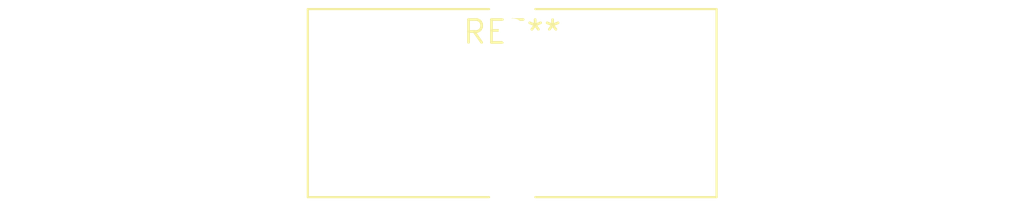
<source format=kicad_pcb>
(kicad_pcb (version 20240108) (generator pcbnew)
  (layers (0 "F.Cu" signal) (31 "B.Cu" signal) (34 "B.Paste" user) (35 "F.Paste" user) (36 "B.SilkS" user "B.Silkscreen") (37 "F.SilkS" user "F.Silkscreen") (38 "B.Mask" user) (39 "F.Mask" user) (44 "Edge.Cuts" user))
  (net 0 "")
  (footprint "L_Toroid_Vertical_L22.4mm_W10.2mm_P7.90mm_Vishay_TJ4" (layer "F.Cu") (at 0 0)
    (property "Reference" "REF**")
    (property "Value" "L_Toroid_Vertical_L22.4mm_W10.2mm_P7.90mm_Vishay_TJ4")
    (fp_line (start -11.32 -1.27) (end -11.32 9.17) (layer "F.SilkS") (stroke (width 0.12)))
    (fp_line (start -11.32 -1.27) (end -1.279 -1.27) (layer "F.SilkS") (stroke (width 0.12)))
    (fp_line (start -11.32 9.17) (end -1.279 9.17) (layer "F.SilkS") (stroke (width 0.12)))
    (fp_line (start 1.279 -1.27) (end 11.32 -1.27) (layer "F.SilkS") (stroke (width 0.12)))
    (fp_line (start 1.279 9.17) (end 11.32 9.17) (layer "F.SilkS") (stroke (width 0.12)))
    (fp_line (start 11.32 -1.27) (end 11.32 9.17) (layer "F.SilkS") (stroke (width 0.12)))
    (pad "1" thru_hole circle (at 0 0) (size 3 3) (drill 1.5) (layers *.Cu *.Mask) (remove_unused_layers))
    (pad "2" thru_hole circle (at 0 7.9) (size 3 3) (drill 1.5) (layers *.Cu *.Mask) (remove_unused_layers))
  )
)
</source>
